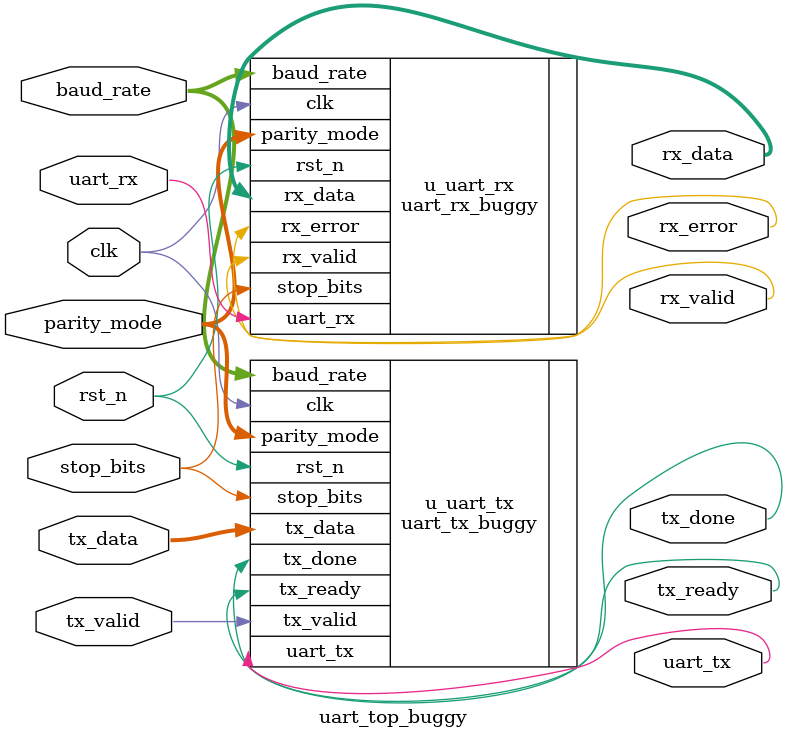
<source format=sv>

module uart_top_buggy #(
    parameter CLK_FREQ   = 50_000_000,  // System clock frequency
    parameter DATA_WIDTH = 8            // Data width (typically 8)
)(
    input  logic                    clk,
    input  logic                    rst_n,
    
    // Configuration
    input  logic [31:0]             baud_rate,      // Baud rate
    input  logic [1:0]              parity_mode,    // 0: None, 1: Even, 2: Odd
    input  logic                    stop_bits,      // 0: 1 stop bit, 1: 2 stop bits
    
    // TX interface
    input  logic [DATA_WIDTH-1:0]   tx_data,
    input  logic                    tx_valid,
    output logic                    tx_ready,
    output logic                    tx_done,
    
    // RX interface
    output logic [DATA_WIDTH-1:0]   rx_data,
    output logic                    rx_valid,
    output logic                    rx_error,
    
    // UART serial interface
    output logic                    uart_tx,
    input  logic                    uart_rx
);

    // Buggy TX instance
    uart_tx_buggy #(
        .CLK_FREQ   (CLK_FREQ),
        .DATA_WIDTH (DATA_WIDTH)
    ) u_uart_tx (
        .clk            (clk),
        .rst_n          (rst_n),
        .baud_rate      (baud_rate),
        .parity_mode    (parity_mode),
        .stop_bits      (stop_bits),
        .tx_data        (tx_data),
        .tx_valid       (tx_valid),
        .tx_ready       (tx_ready),
        .uart_tx        (uart_tx),
        .tx_done        (tx_done)
    );
    
    // Buggy RX instance
    uart_rx_buggy #(
        .CLK_FREQ   (CLK_FREQ),
        .DATA_WIDTH (DATA_WIDTH)
    ) u_uart_rx (
        .clk            (clk),
        .rst_n          (rst_n),
        .baud_rate      (baud_rate),
        .parity_mode    (parity_mode),
        .stop_bits      (stop_bits),
        .rx_data        (rx_data),
        .rx_valid       (rx_valid),
        .rx_error       (rx_error),
        .uart_rx        (uart_rx)
    );

endmodule

</source>
